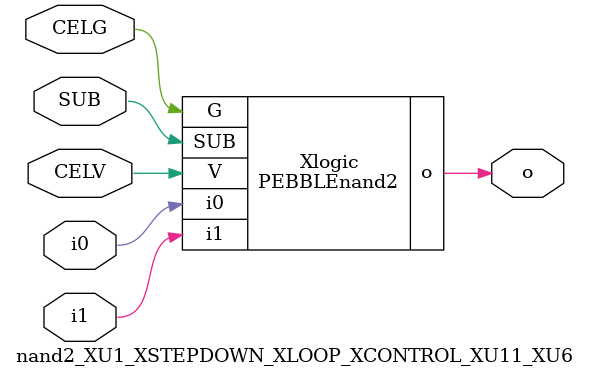
<source format=v>



module PEBBLEnand2 ( o, G, SUB, V, i0, i1 );

  input i0;
  input V;
  input i1;
  input G;
  output o;
  input SUB;
endmodule

//Celera Confidential Do Not Copy nand2_XU1_XSTEPDOWN_XLOOP_XCONTROL_XU11_XU6
//Celera Confidential Symbol Generator
//5V NAND2
module nand2_XU1_XSTEPDOWN_XLOOP_XCONTROL_XU11_XU6 (CELV,CELG,i0,i1,o,SUB);
input CELV;
input CELG;
input i0;
input i1;
input SUB;
output o;

//Celera Confidential Do Not Copy nand2
PEBBLEnand2 Xlogic(
.V (CELV),
.i0 (i0),
.i1 (i1),
.o (o),
.SUB (SUB),
.G (CELG)
);
//,diesize,PEBBLEnand2

//Celera Confidential Do Not Copy Module End
//Celera Schematic Generator
endmodule

</source>
